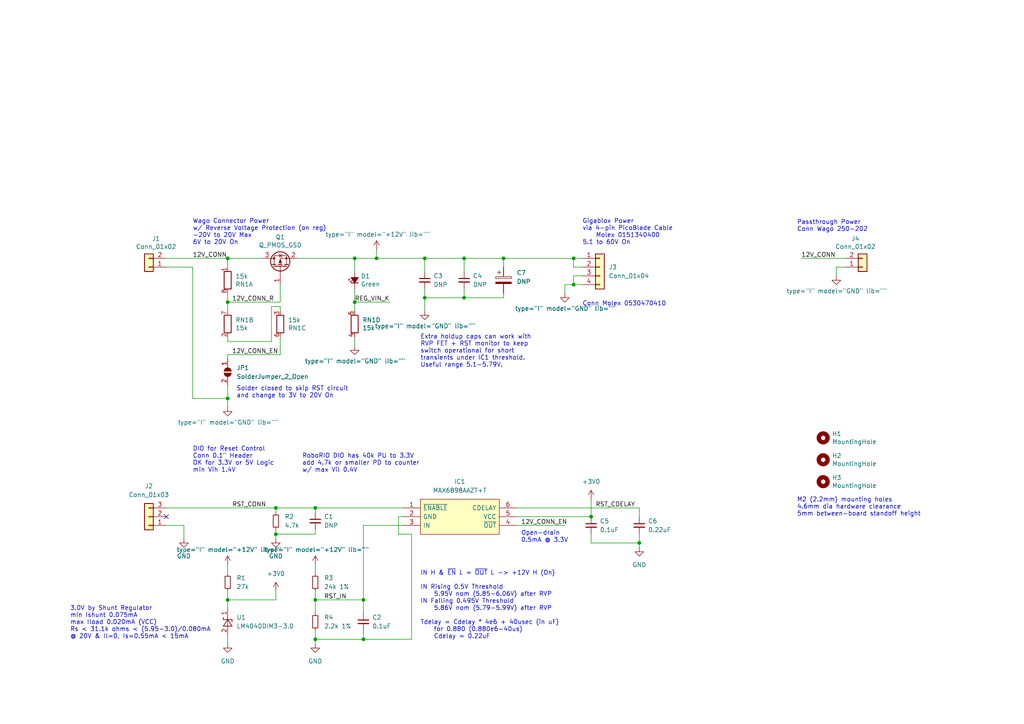
<source format=kicad_sch>
(kicad_sch (version 20211123) (generator eeschema)
  (paper "A4")
  (title_block (title "Gigablox Nano RVP") (rev "R1") (company "Drawn By: Ian Hartwig"))
  (lib_symbols
    (symbol "Connector_Generic:Conn_01x02" (pin_names (offset 1.016) hide)
      (property "Reference" "J" (at 0 2.54 0))
      (property "Value" "Conn_01x02" (at 0 -5.08 0))
      (symbol "Conn_01x02_1_1"
        (rectangle (start -1.27 -2.413) (end 0 -2.667) (stroke (width 0.1524)))
        (rectangle (start -1.27 0.127) (end 0 -0.127) (stroke (width 0.1524)))
        (rectangle (start -1.27 1.27) (end 1.27 -3.81) (stroke (width 0.254)) (fill (type background)))
        (pin passive line (at -5.08 0 0) (length 3.81) (name "Pin_1") (number "1"))
        (pin passive line (at -5.08 -2.54 0) (length 3.81) (name "Pin_2") (number "2"))
      )
    )
    (symbol "Connector_Generic:Conn_01x03" (pin_names (offset 1.016) hide)
      (property "Reference" "J" (at 0 5.08 0))
      (property "Value" "Conn_01x03" (at 0 -5.08 0))
      (symbol "Conn_01x03_1_1"
        (rectangle (start -1.27 -2.413) (end 0 -2.667) (stroke (width 0.1524)))
        (rectangle (start -1.27 0.127) (end 0 -0.127) (stroke (width 0.1524)))
        (rectangle (start -1.27 2.667) (end 0 2.413) (stroke (width 0.1524)))
        (rectangle (start -1.27 3.81) (end 1.27 -3.81) (stroke (width 0.254)) (fill (type background)))
        (pin passive line (at -5.08 2.54 0) (length 3.81) (name "Pin_1") (number "1"))
        (pin passive line (at -5.08 0 0) (length 3.81) (name "Pin_2") (number "2"))
        (pin passive line (at -5.08 -2.54 0) (length 3.81) (name "Pin_3") (number "3"))
      )
    )
    (symbol "Connector_Generic:Conn_01x04" (pin_names (offset 1.016) hide)
      (property "Reference" "J" (at 0 5.08 0))
      (property "Value" "Conn_01x04" (at 0 -7.62 0))
      (symbol "Conn_01x04_1_1"
        (rectangle (start -1.27 -4.953) (end 0 -5.207) (stroke (width 0.1524)))
        (rectangle (start -1.27 -2.413) (end 0 -2.667) (stroke (width 0.1524)))
        (rectangle (start -1.27 0.127) (end 0 -0.127) (stroke (width 0.1524)))
        (rectangle (start -1.27 2.667) (end 0 2.413) (stroke (width 0.1524)))
        (rectangle (start -1.27 3.81) (end 1.27 -6.35) (stroke (width 0.254)) (fill (type background)))
        (pin passive line (at -5.08 2.54 0) (length 3.81) (name "Pin_1") (number "1"))
        (pin passive line (at -5.08 0 0) (length 3.81) (name "Pin_2") (number "2"))
        (pin passive line (at -5.08 -2.54 0) (length 3.81) (name "Pin_3") (number "3"))
        (pin passive line (at -5.08 -5.08 0) (length 3.81) (name "Pin_4") (number "4"))
      )
    )
    (symbol "Device:C_Polarized" (pin_numbers hide) (pin_names (offset 0.254))
      (property "Reference" "C" (at 0.635 2.54 0))
      (property "Value" "C_Polarized" (at 0.635 -2.54 0))
      (symbol "C_Polarized_0_1"
        (rectangle (start -2.286 0.508) (end 2.286 1.016))
        (polyline (pts (xy -1.778 2.286) (xy -0.762 2.286)))
        (polyline (pts (xy -1.27 2.794) (xy -1.27 1.778)))
        (rectangle (start 2.286 -0.508) (end -2.286 -1.016) (fill (type outline)))
      )
      (symbol "C_Polarized_1_1"
        (pin passive line (at 0 3.81 270) (length 2.794) (name "~") (number "1"))
        (pin passive line (at 0 -3.81 90) (length 2.794) (name "~") (number "2"))
      )
    )
    (symbol "Device:C_Small" (pin_numbers hide) (pin_names (offset 0.254) hide)
      (property "Reference" "C" (at 0.254 1.778 0))
      (property "Value" "C_Small" (at 0.254 -2.032 0))
      (symbol "C_Small_0_1"
        (polyline (pts (xy -1.524 -0.508) (xy 1.524 -0.508)) (stroke (width 0.3302)))
        (polyline (pts (xy -1.524 0.508) (xy 1.524 0.508)) (stroke (width 0.3048)))
      )
      (symbol "C_Small_1_1"
        (pin passive line (at 0 2.54 270) (length 2.032) (name "~") (number "1"))
        (pin passive line (at 0 -2.54 90) (length 2.032) (name "~") (number "2"))
      )
    )
    (symbol "Device:LED_Small_Filled" (pin_numbers hide) (pin_names (offset 0.254) hide)
      (property "Reference" "D" (at -1.27 3.175 0))
      (property "Value" "LED_Small_Filled" (at -4.445 -2.54 0))
      (symbol "LED_Small_Filled_0_1"
        (polyline (pts (xy -0.762 -1.016) (xy -0.762 1.016)) (stroke (width 0.254)))
        (polyline (pts (xy 1.016 0) (xy -0.762 0)))
        (polyline (pts (xy 0.762 -1.016) (xy -0.762 0) (xy 0.762 1.016) (xy 0.762 -1.016)) (stroke (width 0.254)) (fill (type outline)))
        (polyline (pts (xy 0 0.762) (xy -0.508 1.27) (xy -0.254 1.27) (xy -0.508 1.27) (xy -0.508 1.016)))
        (polyline (pts (xy 0.508 1.27) (xy 0 1.778) (xy 0.254 1.778) (xy 0 1.778) (xy 0 1.524)))
      )
      (symbol "LED_Small_Filled_1_1"
        (pin passive line (at -2.54 0 0) (length 1.778) (name "K") (number "1"))
        (pin passive line (at 2.54 0 180) (length 1.778) (name "A") (number "2"))
      )
    )
    (symbol "Device:Q_PMOS_GSD" (pin_names (offset 0) hide)
      (property "Reference" "Q" (at 5.08 1.27 0))
      (property "Value" "Q_PMOS_GSD" (at 5.08 -1.27 0))
      (symbol "Q_PMOS_GSD_0_1"
        (polyline (pts (xy 0.254 0) (xy -2.54 0)))
        (polyline (pts (xy 0.254 1.905) (xy 0.254 -1.905)) (stroke (width 0.254)))
        (polyline (pts (xy 0.762 -1.27) (xy 0.762 -2.286)) (stroke (width 0.254)))
        (polyline (pts (xy 0.762 0.508) (xy 0.762 -0.508)) (stroke (width 0.254)))
        (polyline (pts (xy 0.762 2.286) (xy 0.762 1.27)) (stroke (width 0.254)))
        (polyline (pts (xy 2.54 2.54) (xy 2.54 1.778)))
        (polyline (pts (xy 2.54 -2.54) (xy 2.54 0) (xy 0.762 0)))
        (polyline (pts (xy 0.762 1.778) (xy 3.302 1.778) (xy 3.302 -1.778) (xy 0.762 -1.778)))
        (polyline (pts (xy 2.286 0) (xy 1.27 0.381) (xy 1.27 -0.381) (xy 2.286 0)) (fill (type outline)))
        (polyline (pts (xy 2.794 -0.508) (xy 2.921 -0.381) (xy 3.683 -0.381) (xy 3.81 -0.254)))
        (polyline (pts (xy 3.302 -0.381) (xy 2.921 0.254) (xy 3.683 0.254) (xy 3.302 -0.381)))
        (circle (center 1.651 0) (radius 2.794) (stroke (width 0.254)))
        (circle (center 2.54 -1.778) (radius 0.254) (fill (type outline)))
        (circle (center 2.54 1.778) (radius 0.254) (fill (type outline)))
      )
      (symbol "Q_PMOS_GSD_1_1"
        (pin input line (at -5.08 0 0) (length 2.54) (name "G") (number "1"))
        (pin passive line (at 2.54 -5.08 90) (length 2.54) (name "S") (number "2"))
        (pin passive line (at 2.54 5.08 270) (length 2.54) (name "D") (number "3"))
      )
    )
    (symbol "Device:R_Small" (pin_numbers hide) (pin_names (offset 0.254) hide)
      (property "Reference" "R" (at 0.762 0.508 0))
      (property "Value" "R_Small" (at 0.762 -1.016 0))
      (symbol "R_Small_0_1"
        (rectangle (start -0.762 1.778) (end 0.762 -1.778) (stroke (width 0.2032)))
      )
      (symbol "R_Small_1_1"
        (pin passive line (at 0 2.54 270) (length 0.762) (name "~") (number "1"))
        (pin passive line (at 0 -2.54 90) (length 0.762) (name "~") (number "2"))
      )
    )
    (symbol "Jumper:SolderJumper_2_Open" (pin_names (offset 0) hide)
      (property "Reference" "JP" (at 0 2.032 0))
      (property "Value" "SolderJumper_2_Open" (at 0 -2.54 0))
      (symbol "SolderJumper_2_Open_0_1"
        (arc (start -0.254 1.016) (mid -1.27 0) (end -0.254 -1.016))
        (arc (start -0.254 1.016) (mid -1.27 0) (end -0.254 -1.016) (fill (type outline)))
        (polyline (pts (xy -0.254 1.016) (xy -0.254 -1.016)))
        (polyline (pts (xy 0.254 1.016) (xy 0.254 -1.016)))
        (arc (start 0.254 -1.016) (mid 1.27 0) (end 0.254 1.016))
        (arc (start 0.254 -1.016) (mid 1.27 0) (end 0.254 1.016) (fill (type outline)))
      )
      (symbol "SolderJumper_2_Open_1_1"
        (pin passive line (at -3.81 0 0) (length 2.54) (name "A") (number "1"))
        (pin passive line (at 3.81 0 180) (length 2.54) (name "B") (number "2"))
      )
    )
    (symbol "Mechanical:MountingHole" (pin_names (offset 1.016))
      (property "Reference" "H" (at 0 5.08 0))
      (property "Value" "MountingHole" (at 0 3.175 0))
      (symbol "MountingHole_0_1"
        (circle (center 0 0) (radius 1.27) (stroke (width 1.27)))
      )
    )
    (symbol "Reference_Voltage:LM4040DBZ-5" (pin_names (offset 0.0254) hide)
      (property "Reference" "U" (at 0 2.54 0))
      (property "Value" "LM4040DBZ-5" (at 0 -3.175 0))
      (symbol "LM4040DBZ-5_0_1"
        (polyline (pts (xy -1.27 0) (xy 0 0) (xy 1.27 0)))
        (polyline (pts (xy -1.27 -1.27) (xy 0.635 0) (xy -1.27 1.27) (xy -1.27 -1.27)) (stroke (width 0.2032)))
        (polyline (pts (xy 0 -1.27) (xy 0.635 -1.27) (xy 0.635 1.27) (xy 1.27 1.27)) (stroke (width 0.2032)))
      )
      (symbol "LM4040DBZ-5_1_1"
        (pin passive line (at 3.81 0 180) (length 2.54) (name "K") (number "1"))
        (pin passive line (at -3.81 0 0) (length 2.54) (name "A") (number "2"))
      )
    )
    (symbol "frc-on-ftc-hw-special:MAX6898AAZT+T" (pin_names (offset 0.762))
      (property "Reference" "IC" (at 29.21 7.62 0))
      (property "Value" "MAX6898AAZT+T" (at 29.21 5.08 0))
      (symbol "MAX6898AAZT+T_0_0"
        (pin passive line (at 0 0 0) (length 5.08) (name "~{ENABLE}") (number "1"))
        (pin passive line (at 0 -2.54 0) (length 5.08) (name "GND") (number "2"))
        (pin passive line (at 0 -5.08 0) (length 5.08) (name "IN") (number "3"))
        (pin passive line (at 33.02 -5.08 180) (length 5.08) (name "~{OUT}") (number "4"))
        (pin passive line (at 33.02 -2.54 180) (length 5.08) (name "VCC") (number "5"))
        (pin passive line (at 33.02 0 180) (length 5.08) (name "CDELAY") (number "6"))
      )
      (symbol "MAX6898AAZT+T_0_1"
        (polyline (pts (xy 5.08 2.54) (xy 27.94 2.54) (xy 27.94 -7.62) (xy 5.08 -7.62) (xy 5.08 2.54)) (stroke (width 0.1524)) (fill (type background)))
      )
    )
    (symbol "frc-on-ftc-hw-special:R_Pack04_SMD_Split" (pin_names (offset 0) hide)
      (property "Reference" "RN" (at 2.032 0 90))
      (property "Value" "R_Pack04_SMD_Split" (at 0 0 90))
      (symbol "R_Pack04_SMD_Split_0_1"
        (rectangle (start 1.016 2.54) (end -1.016 -2.54) (stroke (width 0.254)))
      )
      (symbol "R_Pack04_SMD_Split_1_1"
        (pin passive line (at 0 -3.81 90) (length 1.27) (name "R1.1") (number "1"))
        (pin passive line (at 0 3.81 270) (length 1.27) (name "R1.2") (number "8"))
      )
      (symbol "R_Pack04_SMD_Split_2_1"
        (pin passive line (at 0 -3.81 90) (length 1.27) (name "R1.1") (number "2"))
        (pin passive line (at 0 3.81 270) (length 1.27) (name "R1.2") (number "7"))
      )
      (symbol "R_Pack04_SMD_Split_3_1"
        (pin passive line (at 0 -3.81 90) (length 1.27) (name "R1.1") (number "3"))
        (pin passive line (at 0 3.81 270) (length 1.27) (name "R1.2") (number "6"))
      )
      (symbol "R_Pack04_SMD_Split_4_1"
        (pin passive line (at 0 -3.81 90) (length 1.27) (name "R1.1") (number "4"))
        (pin passive line (at 0 3.81 270) (length 1.27) (name "R1.2") (number "5"))
      )
    )
    (symbol "power:+12V" (power) (pin_names (offset 0))
      (property "Value" "+12V" (at 0 3.556 0))
      (symbol "+12V_0_1"
        (polyline (pts (xy -0.762 1.27) (xy 0 2.54)))
        (polyline (pts (xy 0 0) (xy 0 2.54)))
        (polyline (pts (xy 0 2.54) (xy 0.762 1.27)))
      )
      (symbol "+12V_1_1"
        (pin power_in line (at 0 0 90) (length 0) hide (name "+12V") (number "1"))
      )
    )
    (symbol "power:+3V0" (power) (pin_names (offset 0))
      (property "Value" "+3V0" (at 0 3.556 0))
      (symbol "+3V0_0_1"
        (polyline (pts (xy -0.762 1.27) (xy 0 2.54)))
        (polyline (pts (xy 0 0) (xy 0 2.54)))
        (polyline (pts (xy 0 2.54) (xy 0.762 1.27)))
      )
      (symbol "+3V0_1_1"
        (pin power_in line (at 0 0 90) (length 0) hide (name "+3V0") (number "1"))
      )
    )
    (symbol "power:GND" (power) (pin_names (offset 0))
      (property "Value" "GND" (at 0 -3.81 0))
      (symbol "GND_0_1"
        (polyline (pts (xy 0 0) (xy 0 -1.27) (xy 1.27 -1.27) (xy 0 -2.54) (xy -1.27 -1.27) (xy 0 -1.27)))
      )
      (symbol "GND_1_1"
        (pin power_in line (at 0 0 270) (length 0) hide (name "GND") (number "1"))
      )
    )
  )
  (junction (at 109.22 74.93))
  (junction (at 102.87 87.63))
  (junction (at 80.01 147.32))
  (junction (at 123.19 74.93))
  (junction (at 134.62 74.93))
  (junction (at 185.42 157.48))
  (junction (at 166.37 82.55))
  (junction (at 91.44 185.42))
  (junction (at 102.87 74.93))
  (junction (at 80.01 154.94))
  (junction (at 134.62 86.36))
  (junction (at 66.04 74.93))
  (junction (at 171.45 149.86))
  (junction (at 105.41 185.42))
  (junction (at 146.05 74.93))
  (junction (at 166.37 74.93))
  (junction (at 91.44 147.32))
  (junction (at 66.04 115.57))
  (junction (at 66.04 173.99))
  (junction (at 66.04 87.63))
  (junction (at 105.41 173.99))
  (junction (at 91.44 173.99))
  (junction (at 123.19 86.36))
  (no_connect (at 48.26 149.86))
  (wire (pts (xy 66.04 74.93) (xy 76.2 74.93)))
  (wire (pts (xy 105.41 182.88) (xy 105.41 185.42)))
  (wire (pts (xy 232.41 74.93) (xy 245.11 74.93)))
  (wire (pts (xy 78.74 88.9) (xy 78.74 99.06)))
  (wire (pts (xy 123.19 83.82) (xy 123.19 86.36)))
  (wire (pts (xy 119.38 154.94) (xy 115.57 154.94)))
  (wire (pts (xy 66.04 87.63) (xy 66.04 90.17)))
  (wire (pts (xy 81.28 87.63) (xy 66.04 87.63)))
  (wire (pts (xy 66.04 74.93) (xy 66.04 77.47)))
  (wire (pts (xy 91.44 173.99) (xy 91.44 177.8)))
  (wire (pts (xy 66.04 97.79) (xy 66.04 99.06)))
  (wire (pts (xy 48.26 147.32) (xy 80.01 147.32)))
  (wire (pts (xy 80.01 154.94) (xy 80.01 156.21)))
  (wire (pts (xy 91.44 171.45) (xy 91.44 173.99)))
  (wire (pts (xy 66.04 99.06) (xy 78.74 99.06)))
  (wire (pts (xy 80.01 147.32) (xy 91.44 147.32)))
  (wire (pts (xy 66.04 102.87) (xy 81.28 102.87)))
  (wire (pts (xy 91.44 185.42) (xy 105.41 185.42)))
  (wire (pts (xy 242.57 77.47) (xy 245.11 77.47)))
  (wire (pts (xy 149.86 152.4) (xy 163.83 152.4)))
  (wire (pts (xy 91.44 163.83) (xy 91.44 166.37)))
  (wire (pts (xy 123.19 74.93) (xy 134.62 74.93)))
  (wire (pts (xy 91.44 154.94) (xy 91.44 153.67)))
  (wire (pts (xy 166.37 77.47) (xy 166.37 74.93)))
  (wire (pts (xy 55.88 77.47) (xy 55.88 115.57)))
  (wire (pts (xy 66.04 85.09) (xy 66.04 87.63)))
  (wire (pts (xy 48.26 74.93) (xy 66.04 74.93)))
  (wire (pts (xy 53.34 156.21) (xy 53.34 152.4)))
  (wire (pts (xy 146.05 74.93) (xy 146.05 77.47)))
  (wire (pts (xy 185.42 157.48) (xy 185.42 158.75)))
  (wire (pts (xy 171.45 157.48) (xy 185.42 157.48)))
  (wire (pts (xy 102.87 78.74) (xy 102.87 74.93)))
  (wire (pts (xy 115.57 149.86) (xy 116.84 149.86)))
  (wire (pts (xy 81.28 97.79) (xy 81.28 102.87)))
  (wire (pts (xy 80.01 147.32) (xy 80.01 148.59)))
  (wire (pts (xy 66.04 173.99) (xy 80.01 173.99)))
  (wire (pts (xy 91.44 182.88) (xy 91.44 185.42)))
  (wire (pts (xy 185.42 154.94) (xy 185.42 157.48)))
  (wire (pts (xy 166.37 80.01) (xy 168.91 80.01)))
  (wire (pts (xy 66.04 184.15) (xy 66.04 186.69)))
  (wire (pts (xy 105.41 152.4) (xy 116.84 152.4)))
  (wire (pts (xy 166.37 82.55) (xy 163.83 82.55)))
  (wire (pts (xy 102.87 87.63) (xy 113.03 87.63)))
  (wire (pts (xy 171.45 154.94) (xy 171.45 157.48)))
  (wire (pts (xy 171.45 144.78) (xy 171.45 149.86)))
  (wire (pts (xy 81.28 88.9) (xy 81.28 90.17)))
  (wire (pts (xy 91.44 147.32) (xy 91.44 148.59)))
  (wire (pts (xy 66.04 115.57) (xy 66.04 118.11)))
  (wire (pts (xy 149.86 149.86) (xy 171.45 149.86)))
  (wire (pts (xy 109.22 74.93) (xy 102.87 74.93)))
  (wire (pts (xy 55.88 77.47) (xy 48.26 77.47)))
  (wire (pts (xy 80.01 173.99) (xy 80.01 171.45)))
  (wire (pts (xy 185.42 147.32) (xy 185.42 149.86)))
  (wire (pts (xy 105.41 185.42) (xy 119.38 185.42)))
  (wire (pts (xy 81.28 88.9) (xy 78.74 88.9)))
  (wire (pts (xy 86.36 74.93) (xy 102.87 74.93)))
  (wire (pts (xy 168.91 82.55) (xy 166.37 82.55)))
  (wire (pts (xy 105.41 177.8) (xy 105.41 173.99)))
  (wire (pts (xy 146.05 86.36) (xy 134.62 86.36)))
  (wire (pts (xy 134.62 74.93) (xy 134.62 78.74)))
  (wire (pts (xy 102.87 100.33) (xy 102.87 97.79)))
  (wire (pts (xy 146.05 74.93) (xy 166.37 74.93)))
  (wire (pts (xy 66.04 163.83) (xy 66.04 166.37)))
  (wire (pts (xy 109.22 74.93) (xy 123.19 74.93)))
  (wire (pts (xy 242.57 80.01) (xy 242.57 77.47)))
  (wire (pts (xy 149.86 147.32) (xy 185.42 147.32)))
  (wire (pts (xy 105.41 173.99) (xy 105.41 152.4)))
  (wire (pts (xy 66.04 171.45) (xy 66.04 173.99)))
  (wire (pts (xy 102.87 83.82) (xy 102.87 87.63)))
  (wire (pts (xy 134.62 74.93) (xy 146.05 74.93)))
  (wire (pts (xy 163.83 82.55) (xy 163.83 85.09)))
  (wire (pts (xy 166.37 74.93) (xy 168.91 74.93)))
  (wire (pts (xy 134.62 83.82) (xy 134.62 86.36)))
  (wire (pts (xy 55.88 115.57) (xy 66.04 115.57)))
  (wire (pts (xy 166.37 82.55) (xy 166.37 80.01)))
  (wire (pts (xy 53.34 152.4) (xy 48.26 152.4)))
  (wire (pts (xy 91.44 173.99) (xy 105.41 173.99)))
  (wire (pts (xy 123.19 74.93) (xy 123.19 78.74)))
  (wire (pts (xy 66.04 111.76) (xy 66.04 115.57)))
  (wire (pts (xy 66.04 173.99) (xy 66.04 176.53)))
  (wire (pts (xy 102.87 87.63) (xy 102.87 90.17)))
  (wire (pts (xy 168.91 77.47) (xy 166.37 77.47)))
  (wire (pts (xy 80.01 153.67) (xy 80.01 154.94)))
  (wire (pts (xy 123.19 86.36) (xy 123.19 90.17)))
  (wire (pts (xy 66.04 102.87) (xy 66.04 104.14)))
  (wire (pts (xy 119.38 185.42) (xy 119.38 154.94)))
  (wire (pts (xy 80.01 154.94) (xy 91.44 154.94)))
  (wire (pts (xy 146.05 85.09) (xy 146.05 86.36)))
  (wire (pts (xy 115.57 154.94) (xy 115.57 149.86)))
  (wire (pts (xy 91.44 147.32) (xy 116.84 147.32)))
  (wire (pts (xy 109.22 72.39) (xy 109.22 74.93)))
  (wire (pts (xy 91.44 185.42) (xy 91.44 186.69)))
  (wire (pts (xy 134.62 86.36) (xy 123.19 86.36)))
  (wire (pts (xy 81.28 82.55) (xy 81.28 87.63)))
  (text "Solder closed to skip RST circuit\nand change to 3V to 20V On" (at 68.58 115.57 0) (effects (font (size 1.27 1.27)) (justify left bottom)))
  (text "Extra holdup caps can work with\nRVP FET + RST monitor to keep\nswitch operational for short\ntransients under IC1 threshold.\nUseful range 5.1-5.79V." (at 121.92 106.68 0) (effects (font (size 1.27 1.27)) (justify left bottom)))
  (text "IN H & ~{EN} L = ~{OUT} L -> +12V H (On)\n\nIN Rising 0.5V Threshold\n    5.95V nom (5.85-6.06V) after RVP\nIN Falling 0.495V Threshold\n    5.86V nom (5.79-5.99V) after RVP\n\nTdelay = Cdelay * 4e6 + 40usec (in uF)\n    for 0.880 (0.880e6-40us)\n    Cdelay = 0.22uF" (at 121.92 185.42 0) (effects (font (size 1.27 1.27)) (justify left bottom)))
  (text "M2 (2.2mm) mounting holes\n4.6mm dia hardware clearance\n5mm between-board standoff height" (at 231.14 149.86 0) (effects (font (size 1.27 1.27)) (justify left bottom)))
  (text "Gigablox Power\nvia 4-pin PicoBlade Cable\n    Molex 0151340400\n5.1 to 60V On" (at 168.91 71.12 0) (effects (font (size 1.27 1.27)) (justify left bottom)))
  (text "Wago Connector Power\nw/ Reverse Voltage Protection (on reg)\n-20V to 20V Max\n6V to 20V On" (at 55.88 71.12 0) (effects (font (size 1.27 1.27)) (justify left bottom)))
  (text "DIO for Reset Control\nConn 0.1\" Header\nOK for 3.3V or 5V Logic\nmin Vih 1.4V" (at 55.88 137.16 0) (effects (font (size 1.27 1.27)) (justify left bottom)))
  (text "Conn Molex 0530470410" (at 168.91 88.9 0) (effects (font (size 1.27 1.27)) (justify left bottom)))
  (text "3.0V by Shunt Regulator\nmin Ishunt 0.075mA\nmax Iload 0.020mA (VCC)\nRs < 31.1k ohms < (5.95-3.0)/0.080mA\n@ 20V & Il=0, Is=0.55mA < 15mA" (at 20.32 185.42 0) (effects (font (size 1.27 1.27)) (justify left bottom)))
  (text "RoboRIO DIO has 40k PU to 3.3V\nadd 4.7k or smaller PD to counter\nw/ max Vil 0.4V" (at 87.63 137.16 0) (effects (font (size 1.27 1.27)) (justify left bottom)))
  (text "Passthrough Power\nConn Wago 250-202" (at 231.14 67.31 0) (effects (font (size 1.27 1.27)) (justify left bottom)))
  (text "Open-drain\n0.5mA @ 3.3V" (at 151.13 157.48 0) (effects (font (size 1.27 1.27)) (justify left bottom)))
  (label "RST_CDELAY" (at 172.72 147.32 0))
  (label "RST_IN" (at 93.98 173.99 0))
  (label "12V_CONN_R" (at 67.31 87.63 0))
  (label "REG_VIN_K" (at 102.87 87.63 0))
  (label "12V_CONN_EN" (at 67.31 102.87 0))
  (label "12V_CONN_EN" (at 151.13 152.4 0))
  (label "12V_CONN" (at 232.41 74.93 0))
  (label "12V_CONN" (at 55.88 74.93 0))
  (label "RST_CONN" (at 67.31 147.32 0))
  (symbol (lib_id "Connector_Generic:Conn_01x02") (at 43.18 77.47 180) (unit 1)
    (property "Reference" "J1" (at 45.2628 69.215 0))
    (property "Value" "Conn_01x02" (at 45.2628 71.5264 0))
    (property "Footprint" "frc-on-ftc-hw:WAGO_250-202" (effects hide))
    (property "Mfg" "Wago" (effects hide))
    (property "Mfg PN" "250-202" (effects hide))
  )
  (symbol (lib_id "Mechanical:MountingHole") (at 238.76 133.35 0) (unit 1)
    (property "Reference" "H2" (at 241.3 132.1816 0) (effects (justify left)))
    (property "Value" "MountingHole" (at 241.3 134.493 0) (effects (justify left)))
    (property "Footprint" "MountingHole:MountingHole_2.2mm_M2" (effects hide))
  )
  (symbol (lib_id "Device:LED_Small_Filled") (at 102.87 81.28 90) (unit 1)
    (property "Reference" "D1" (at 104.648 80.1116 90) (effects (justify right)))
    (property "Value" "Green" (at 104.648 82.423 90) (effects (justify right)))
    (property "Footprint" "LED_SMD:LED_0603_1608Metric" (effects hide))
    (property "Spice_Primitive" "D" (effects hide))
    (property "Spice_Model" "LED_GENERAL" (effects hide))
    (property "Spice_Netlist_Enabled" "Y" (effects hide))
    (property "Spice_Lib_File" "/Users/ihartwig/repos/KiCad-Spice-Library/Models/Diode/led.lib" (effects hide))
  )
  (symbol (lib_id "frc-on-ftc-hw-special:R_Pack04_SMD_Split") (at 81.28 93.98 0) (mirror x) (unit 3)
    (property "Reference" "RN1" (at 83.5152 95.1484 0) (effects (justify left)))
    (property "Value" "15k" (at 83.5152 92.837 0) (effects (justify left)))
    (property "Footprint" "Resistor_SMD:R_Array_Convex_4x1206" (effects hide))
    (property "Datasheet" "http://www.vishay.com/docs/31509/csc.pdf" (effects hide))
    (property "Mfg" "Yaego" (effects hide))
    (property "Mfg PN" "YC164-JR-0715KL" (effects hide))
  )
  (symbol (lib_id "frc-on-ftc-hw-special:R_Pack04_SMD_Split") (at 66.04 81.28 0) (mirror x) (unit 1)
    (property "Reference" "RN1" (at 68.2752 82.4484 0) (effects (justify left)))
    (property "Value" "15k" (at 68.2752 80.137 0) (effects (justify left)))
    (property "Footprint" "Resistor_SMD:R_Array_Convex_4x1206" (effects hide))
    (property "Datasheet" "http://www.vishay.com/docs/31509/csc.pdf" (effects hide))
    (property "Mfg" "Yaego" (effects hide))
    (property "Mfg PN" "YC164-JR-0715KL" (effects hide))
  )
  (symbol (lib_id "power:GND") (at 66.04 118.11 0) (unit 1)
    (property "Reference" "#PWR0112" (effects hide))
    (property "Value" "GND" (at 66.167 122.5042 0))
    (property "Spice_Primitive" "I" (effects hide))
    (property "Spice_Netlist_Enabled" "N" (effects hide))
  )
  (symbol (lib_id "Mechanical:MountingHole") (at 238.76 127 0) (unit 1)
    (property "Reference" "H1" (at 241.3 125.8316 0) (effects (justify left)))
    (property "Value" "MountingHole" (at 241.3 128.143 0) (effects (justify left)))
    (property "Footprint" "MountingHole:MountingHole_2.2mm_M2" (effects hide))
  )
  (symbol (lib_id "frc-on-ftc-hw-special:R_Pack04_SMD_Split") (at 66.04 93.98 0) (unit 2)
    (property "Reference" "RN1" (at 68.2752 92.8116 0) (effects (justify left)))
    (property "Value" "15k" (at 68.2752 95.123 0) (effects (justify left)))
    (property "Footprint" "Resistor_SMD:R_Array_Convex_4x1206" (effects hide))
    (property "Datasheet" "http://www.vishay.com/docs/31509/csc.pdf" (effects hide))
    (property "Mfg" "Yaego" (effects hide))
    (property "Mfg PN" "YC164-JR-0715KL" (effects hide))
  )
  (symbol (lib_id "power:GND") (at 242.57 80.01 0) (unit 1)
    (property "Reference" "#PWR0111" (effects hide))
    (property "Value" "GND" (at 242.697 84.4042 0))
    (property "Spice_Primitive" "I" (effects hide))
    (property "Spice_Netlist_Enabled" "N" (effects hide))
  )
  (symbol (lib_id "power:GND") (at 185.42 158.75 0) (unit 1)
    (property "Reference" "#PWR0106" (effects hide))
    (property "Value" "GND" (at 185.42 163.83 0))
  )
  (symbol (lib_id "power:GND") (at 163.83 85.09 0) (unit 1)
    (property "Reference" "#PWR0109" (effects hide))
    (property "Value" "GND" (at 163.957 89.4842 0))
    (property "Spice_Primitive" "I" (effects hide))
    (property "Spice_Netlist_Enabled" "N" (effects hide))
  )
  (symbol (lib_id "Device:C_Small") (at 105.41 180.34 0) (unit 1)
    (property "Reference" "C2" (at 107.95 179.0762 0) (effects (justify left)))
    (property "Value" "0.1uF" (at 107.95 181.6162 0) (effects (justify left)))
    (property "Footprint" "Capacitor_SMD:C_0805_2012Metric" (effects hide))
  )
  (symbol (lib_id "Mechanical:MountingHole") (at 238.76 139.7 0) (unit 1)
    (property "Reference" "H3" (at 241.3 138.5316 0) (effects (justify left)))
    (property "Value" "MountingHole" (at 241.3 140.843 0) (effects (justify left)))
    (property "Footprint" "MountingHole:MountingHole_2.2mm_M2" (effects hide))
  )
  (symbol (lib_id "power:+3V0") (at 171.45 144.78 0) (unit 1)
    (property "Reference" "#PWR0105" (effects hide))
    (property "Value" "+3V0" (at 171.45 139.7 0))
  )
  (symbol (lib_id "Device:Q_PMOS_GSD") (at 81.28 77.47 90) (unit 1)
    (property "Reference" "Q1" (at 81.28 68.7832 90))
    (property "Value" "Q_PMOS_GSD" (at 81.28 71.0946 90))
    (property "Footprint" "Package_TO_SOT_SMD:SOT-23" (effects hide))
    (property "Mfg" "Micro Commercial Co" (effects hide))
    (property "Mfg PN" "SI2305B" (effects hide))
    (property "Mfg 2" "Diodes Incorporated" (effects hide))
    (property "Mfg PN 2" "DMG2305UX-7" (effects hide))
    (property "Spice_Primitive" "M" (effects hide))
    (property "Spice_Model" "cmosp" (effects hide))
    (property "Spice_Netlist_Enabled" "Y" (effects hide))
    (property "Spice_Lib_File" "/Users/ihartwig/repos/KiCad-Spice-Library/Models/Transistor/FET/cmos.lib" (effects hide))
  )
  (symbol (lib_id "frc-on-ftc-hw-special:R_Pack04_SMD_Split") (at 102.87 93.98 0) (unit 4)
    (property "Reference" "RN1" (at 105.1052 92.8116 0) (effects (justify left)))
    (property "Value" "15k" (at 105.1052 95.123 0) (effects (justify left)))
    (property "Footprint" "Resistor_SMD:R_Array_Convex_4x1206" (effects hide))
    (property "Datasheet" "http://www.vishay.com/docs/31509/csc.pdf" (effects hide))
    (property "Mfg" "Yaego" (effects hide))
    (property "Mfg PN" "YC164-JR-0715KL" (effects hide))
  )
  (symbol (lib_id "Device:C_Polarized") (at 146.05 81.28 0) (unit 1)
    (property "Reference" "C7" (at 149.86 79.1209 0) (effects (justify left)))
    (property "Value" "DNP" (at 149.86 81.6609 0) (effects (justify left)))
    (property "Footprint" "Capacitor_THT:CP_Radial_D6.3mm_P2.50mm" (effects hide))
  )
  (symbol (lib_id "power:GND") (at 66.04 186.69 0) (unit 1)
    (property "Reference" "#PWR0113" (effects hide))
    (property "Value" "GND" (at 66.04 191.77 0))
  )
  (symbol (lib_id "power:+3V0") (at 80.01 171.45 0) (unit 1)
    (property "Reference" "#PWR0104" (effects hide))
    (property "Value" "+3V0" (at 80.01 166.37 0))
  )
  (symbol (lib_id "power:+12V") (at 91.44 163.83 0) (unit 1)
    (property "Reference" "#PWR0115" (effects hide))
    (property "Value" "+12V" (at 91.821 159.4358 0))
    (property "Spice_Primitive" "I" (effects hide))
    (property "Spice_Netlist_Enabled" "N" (effects hide))
  )
  (symbol (lib_id "Device:C_Small") (at 171.45 152.4 0) (unit 1)
    (property "Reference" "C5" (at 173.99 151.1362 0) (effects (justify left)))
    (property "Value" "0.1uF" (at 173.99 153.6762 0) (effects (justify left)))
    (property "Footprint" "Capacitor_SMD:C_0805_2012Metric" (effects hide))
  )
  (symbol (lib_id "Connector_Generic:Conn_01x03") (at 43.18 149.86 180) (unit 1)
    (property "Reference" "J2" (at 43.18 140.97 0))
    (property "Value" "Conn_01x03" (at 43.18 143.51 0))
    (property "Footprint" "Connector_PinHeader_2.54mm:PinHeader_1x03_P2.54mm_Vertical" (effects hide))
  )
  (symbol (lib_id "power:GND") (at 91.44 186.69 0) (unit 1)
    (property "Reference" "#PWR0114" (effects hide))
    (property "Value" "GND" (at 91.44 191.77 0))
  )
  (symbol (lib_id "Device:C_Small") (at 123.19 81.28 0) (unit 1)
    (property "Reference" "C3" (at 125.73 80.0162 0) (effects (justify left)))
    (property "Value" "DNP" (at 125.73 82.5562 0) (effects (justify left)))
    (property "Footprint" "Capacitor_SMD:C_0805_2012Metric" (effects hide))
  )
  (symbol (lib_id "Device:R_Small") (at 91.44 168.91 0) (unit 1)
    (property "Reference" "R3" (at 93.98 167.6399 0) (effects (justify left)))
    (property "Value" "24k 1%" (at 93.98 170.1799 0) (effects (justify left)))
    (property "Footprint" "Resistor_SMD:R_0805_2012Metric" (effects hide))
  )
  (symbol (lib_id "Connector_Generic:Conn_01x02") (at 250.19 77.47 0) (mirror x) (unit 1)
    (property "Reference" "J4" (at 248.1072 69.215 0))
    (property "Value" "Conn_01x02" (at 248.1072 71.5264 0))
    (property "Footprint" "frc-on-ftc-hw:WAGO_250-202" (effects hide))
    (property "Mfg" "Wago" (effects hide))
    (property "Mfg PN" "250-202" (effects hide))
  )
  (symbol (lib_id "Connector_Generic:Conn_01x04") (at 173.99 77.47 0) (unit 1)
    (property "Reference" "J3" (at 176.53 77.4699 0) (effects (justify left)))
    (property "Value" "Conn_01x04" (at 176.53 80.0099 0) (effects (justify left)))
    (property "Footprint" "frc-on-ftc-hw:0530470410" (effects hide))
    (property "Mfg" "Molex" (effects hide))
    (property "Mfg PN" "0530470410" (effects hide))
  )
  (symbol (lib_id "Device:R_Small") (at 66.04 168.91 0) (unit 1)
    (property "Reference" "R1" (at 68.58 167.6399 0) (effects (justify left)))
    (property "Value" "27k" (at 68.58 170.1799 0) (effects (justify left)))
    (property "Footprint" "Resistor_SMD:R_0805_2012Metric" (effects hide))
  )
  (symbol (lib_id "Device:C_Small") (at 185.42 152.4 0) (unit 1)
    (property "Reference" "C6" (at 187.96 151.1362 0) (effects (justify left)))
    (property "Value" "0.22uF" (at 187.96 153.6762 0) (effects (justify left)))
    (property "Footprint" "Capacitor_SMD:C_0805_2012Metric" (effects hide))
  )
  (symbol (lib_id "frc-on-ftc-hw-special:MAX6898AAZT+T") (at 116.84 147.32 0) (unit 1)
    (property "Reference" "IC1" (at 133.35 139.7 0))
    (property "Value" "MAX6898AAZT+T" (at 133.35 142.24 0))
    (property "Footprint" "Package_TO_SOT_SMD:SOT-23-6" (effects hide))
    (property "Datasheet" "https://pdfserv.maximintegrated.com/en/ds/MAX6895-MAX6899.pdf" (effects hide))
    (property "Description" "Maxim Integrated MAX6898AAZT+T, Voltage Monitor 0.509V max. 6-Pin, SOT-23" (effects hide))
    (property "Height" "1.1" (effects hide))
    (property "Mfg" "Maxim Integrated" (effects hide))
    (property "Mfg PN" "MAX6898AAZT+T" (effects hide))
    (property "Mouser Part Number" "700-MAX6898AAZTT" (effects hide))
    (property "Mouser Price/Stock" "https://www.mouser.co.uk/ProductDetail/Maxim-Integrated/MAX6898AAZT%2bT" (effects hide))
  )
  (symbol (lib_id "power:+12V") (at 66.04 163.83 0) (unit 1)
    (property "Reference" "#PWR0103" (effects hide))
    (property "Value" "+12V" (at 66.421 159.4358 0))
    (property "Spice_Primitive" "I" (effects hide))
    (property "Spice_Netlist_Enabled" "N" (effects hide))
  )
  (symbol (lib_id "power:GND") (at 80.01 156.21 0) (unit 1)
    (property "Reference" "#PWR0102" (effects hide))
    (property "Value" "GND" (at 80.01 161.29 0))
  )
  (symbol (lib_id "Reference_Voltage:LM4040DBZ-5") (at 66.04 180.34 90) (unit 1)
    (property "Reference" "U1" (at 68.58 179.0699 90) (effects (justify right)))
    (property "Value" "LM4040DIM3-3.0" (at 68.58 181.6099 90) (effects (justify right)))
    (property "Footprint" "Package_TO_SOT_SMD:SOT-23" (effects hide))
    (property "Datasheet" "https://datasheets.maximintegrated.com/en/ds/LM4040-LM4040D.pdf" (effects hide))
    (property "Mfg" "Maxim Integrated" (effects hide))
    (property "Mfg PN" "LM4040DEM3-3.0+T" (effects hide))
    (property "Mfg 2" "Texas Instruments" (effects hide))
    (property "Mfg PN 2" "LM4040DIM3-3.0/NOPB" (effects hide))
  )
  (symbol (lib_id "Device:C_Small") (at 134.62 81.28 0) (unit 1)
    (property "Reference" "C4" (at 137.16 80.0162 0) (effects (justify left)))
    (property "Value" "DNP" (at 137.16 82.5562 0) (effects (justify left)))
    (property "Footprint" "Capacitor_SMD:C_0805_2012Metric" (effects hide))
  )
  (symbol (lib_id "power:GND") (at 102.87 100.33 0) (unit 1)
    (property "Reference" "#PWR0107" (effects hide))
    (property "Value" "GND" (at 102.997 104.7242 0))
    (property "Spice_Primitive" "I" (effects hide))
    (property "Spice_Netlist_Enabled" "N" (effects hide))
  )
  (symbol (lib_id "Device:R_Small") (at 80.01 151.13 0) (unit 1)
    (property "Reference" "R2" (at 82.55 149.8599 0) (effects (justify left)))
    (property "Value" "4.7k" (at 82.55 152.3999 0) (effects (justify left)))
    (property "Footprint" "Resistor_SMD:R_0805_2012Metric" (effects hide))
  )
  (symbol (lib_id "Jumper:SolderJumper_2_Open") (at 66.04 107.95 270) (unit 1)
    (property "Reference" "JP1" (at 68.58 106.6799 90) (effects (justify left)))
    (property "Value" "SolderJumper_2_Open" (at 68.58 109.2199 90) (effects (justify left)))
    (property "Footprint" "Jumper:SolderJumper-2_P1.3mm_Open_TrianglePad1.0x1.5mm" (effects hide))
  )
  (symbol (lib_id "power:GND") (at 123.19 90.17 0) (unit 1)
    (property "Reference" "#PWR0110" (effects hide))
    (property "Value" "GND" (at 123.317 94.5642 0))
    (property "Spice_Primitive" "I" (effects hide))
    (property "Spice_Netlist_Enabled" "N" (effects hide))
  )
  (symbol (lib_id "Device:C_Small") (at 91.44 151.13 0) (unit 1)
    (property "Reference" "C1" (at 93.98 149.8662 0) (effects (justify left)))
    (property "Value" "DNP" (at 93.98 152.4062 0) (effects (justify left)))
    (property "Footprint" "Capacitor_SMD:C_0805_2012Metric" (effects hide))
  )
  (symbol (lib_id "power:GND") (at 53.34 156.21 0) (unit 1)
    (property "Reference" "#PWR0101" (effects hide))
    (property "Value" "GND" (at 53.34 161.29 0))
  )
  (symbol (lib_id "power:+12V") (at 109.22 72.39 0) (unit 1)
    (property "Reference" "#PWR0108" (effects hide))
    (property "Value" "+12V" (at 109.601 67.9958 0))
    (property "Spice_Primitive" "I" (effects hide))
    (property "Spice_Netlist_Enabled" "N" (effects hide))
  )
  (symbol (lib_id "Device:R_Small") (at 91.44 180.34 0) (unit 1)
    (property "Reference" "R4" (at 93.98 179.0699 0) (effects (justify left)))
    (property "Value" "2.2k 1%" (at 93.98 181.6099 0) (effects (justify left)))
    (property "Footprint" "Resistor_SMD:R_0805_2012Metric" (effects hide))
  )
)
</source>
